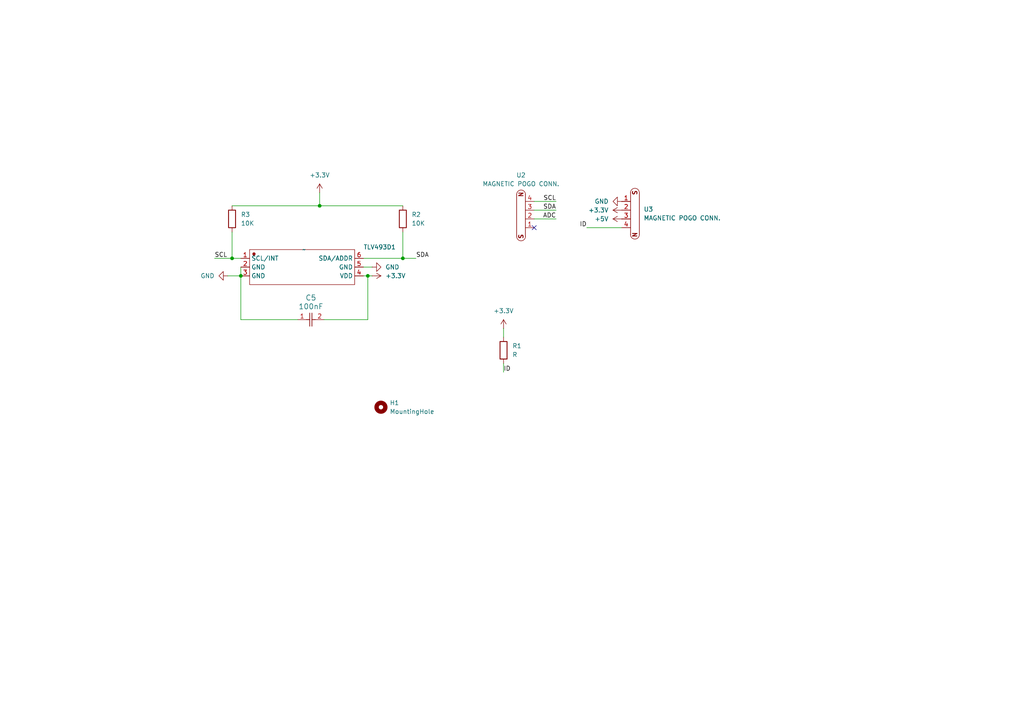
<source format=kicad_sch>
(kicad_sch (version 20250114) (generator "eeschema") (generator_version "9.0")
  (paper "A4")
  (lib_symbols
    (symbol "2026-01-23_05-30-51:C0603C104K5RACTU" (pin_names (offset 0.254))
      (property "Reference" "C" (at 3.81 3.81 0))
      (property "Value" "C0603C104K5RACTU" (at 3.81 -3.81 0))
      (symbol "C0603C104K5RACTU_1_1"
        (polyline (pts (xy 2.54 0) (xy 3.4798 0)) (stroke (width 0.2032)))
        (polyline (pts (xy 3.4798 -1.905) (xy 3.4798 1.905)) (stroke (width 0.2032)))
        (polyline (pts (xy 4.1148 0) (xy 5.08 0)) (stroke (width 0.2032)))
        (polyline (pts (xy 4.1148 -1.905) (xy 4.1148 1.905)) (stroke (width 0.2032)))
        (pin unspecified line (at 0 0 0) (length 2.54) (name "") (number "1"))
        (pin unspecified line (at 7.62 0 180) (length 2.54) (name "") (number "2"))
      )
      (symbol "C0603C104K5RACTU_1_2"
        (polyline (pts (xy -1.905 -3.4798) (xy 1.905 -3.4798)) (stroke (width 0.2032)))
        (polyline (pts (xy -1.905 -4.1148) (xy 1.905 -4.1148)) (stroke (width 0.2032)))
        (polyline (pts (xy 0 -2.54) (xy 0 -3.4798)) (stroke (width 0.2032)))
        (polyline (pts (xy 0 -4.1148) (xy 0 -5.08)) (stroke (width 0.2032)))
        (pin unspecified line (at 0 0 270) (length 2.54) (name "") (number "1"))
        (pin unspecified line (at 0 -7.62 90) (length 2.54) (name "") (number "2"))
      )
    )
    (symbol "Device:R" (pin_numbers (hide yes)) (pin_names (offset 0))
      (property "Reference" "R" (at 2.032 0 90))
      (property "Value" "R" (at 0 0 90))
      (symbol "R_0_1"
        (rectangle (start -1.016 -2.54) (end 1.016 2.54) (stroke (width 0.254)))
      )
      (symbol "R_1_1"
        (pin passive line (at 0 3.81 270) (length 1.27) (name "~") (number "1"))
        (pin passive line (at 0 -3.81 90) (length 1.27) (name "~") (number "2"))
      )
    )
    (symbol "Mechanical:MountingHole" (pin_names (offset 1.016)) (in_bom no)
      (property "Reference" "H" (at 0 5.08 0))
      (property "Value" "MountingHole" (at 0 3.175 0))
      (symbol "MountingHole_0_1"
        (circle (center 0 0) (radius 1.27) (stroke (width 1.27)))
      )
    )
    (symbol "TLV493DA1B6HTSA2_2025-12-27-altium-import:root_0_TLV493DA1B6HTSA2_"
      (symbol "root_0_TLV493DA1B6HTSA2__1_0"
        (rectangle (start -15.24 5.08) (end 15.24 -5.08) (stroke (width 0) (color 136 0 0 1)))
        (circle (center -13.97 3.81) (radius 0.381) (stroke (width 0) (color 136 0 0 1)) (fill (type outline)))
        (pin passive line (at -17.78 2.54 0) (length 2.54) (name "SCL/INT") (number "1"))
        (pin passive line (at -17.78 0 0) (length 2.54) (name "GND") (number "2"))
        (pin passive line (at -17.78 -2.54 0) (length 2.54) (name "GND") (number "3"))
        (pin passive line (at 17.78 2.54 180) (length 2.54) (name "SDA/ADDR") (number "6"))
        (pin passive line (at 17.78 0 180) (length 2.54) (name "GND") (number "5"))
        (pin passive line (at 17.78 -2.54 180) (length 2.54) (name "VDD") (number "4"))
      )
    )
    (symbol "magnetic_pogo_conn.:MAGNETIC_POGO_CONN."
      (property "Reference" "U" (at 0.508 4.826 0))
      (property "Value" "MAGNETIC POGO CONN." (at 0.508 2.54 0))
      (symbol "MAGNETIC_POGO_CONN._1_1"
        (rectangle (start -5.08 1.2954) (end 7.112 1.27) (fill (type background)))
        (arc (start -5.08 -1.27) (mid -6.35 0) (end -5.08 1.27))
        (rectangle (start -5.08 -1.2446) (end 7.112 -1.27) (fill (type background)))
        (arc (start 7.112 1.27) (mid 8.382 0) (end 7.112 -1.27))
        (text "S" (at -5.08 0 0) (effects (font (size 1.27 1.27) (thickness 0.254) (bold yes))))
        (text "N" (at 7.112 0 0) (effects (font (size 1.27 1.27) (thickness 0.254) (bold yes))))
        (pin bidirectional line (at -2.54 -3.81 90) (length 2.54) (name "") (number "1"))
        (pin bidirectional line (at 0 -3.81 90) (length 2.54) (name "") (number "2"))
        (pin bidirectional line (at 2.54 -3.81 90) (length 2.54) (name "") (number "3"))
        (pin bidirectional line (at 5.08 -3.81 90) (length 2.54) (name "") (number "4"))
      )
    )
    (symbol "power:+3.3V" (power) (pin_numbers (hide yes)) (pin_names (offset 0) (hide yes))
      (property "Value" "+3.3V" (at 0 3.556 0))
      (symbol "+3.3V_0_1"
        (polyline (pts (xy -0.762 1.27) (xy 0 2.54)))
        (polyline (pts (xy 0 2.54) (xy 0.762 1.27)))
        (polyline (pts (xy 0 0) (xy 0 2.54)))
      )
      (symbol "+3.3V_1_1"
        (pin power_in line (at 0 0 90) (length 0) (name "~") (number "1"))
      )
    )
    (symbol "power:+5V" (power) (pin_numbers (hide yes)) (pin_names (offset 0) (hide yes))
      (property "Value" "+5V" (at 0 3.556 0))
      (symbol "+5V_0_1"
        (polyline (pts (xy -0.762 1.27) (xy 0 2.54)))
        (polyline (pts (xy 0 2.54) (xy 0.762 1.27)))
        (polyline (pts (xy 0 0) (xy 0 2.54)))
      )
      (symbol "+5V_1_1"
        (pin power_in line (at 0 0 90) (length 0) (name "~") (number "1"))
      )
    )
    (symbol "power:GND" (power) (pin_numbers (hide yes)) (pin_names (offset 0) (hide yes))
      (property "Value" "GND" (at 0 -3.81 0))
      (symbol "GND_0_1"
        (polyline (pts (xy 0 0) (xy 0 -1.27) (xy 1.27 -1.27) (xy 0 -2.54) (xy -1.27 -1.27) (xy 0 -1.27)))
      )
      (symbol "GND_1_1"
        (pin power_in line (at 0 0 270) (length 0) (name "~") (number "1"))
      )
    )
  )
  (junction (at 69.85 80.01))
  (junction (at 106.68 80.01))
  (junction (at 116.84 74.93))
  (junction (at 67.31 74.93))
  (junction (at 92.71 59.69))
  (no_connect (at 154.94 66.04))
  (wire (pts (xy 106.68 80.01) (xy 107.95 80.01)))
  (wire (pts (xy 105.41 74.93) (xy 116.84 74.93)))
  (wire (pts (xy 105.41 77.47) (xy 107.95 77.47)))
  (wire (pts (xy 69.85 77.47) (xy 69.85 80.01)))
  (wire (pts (xy 67.31 67.31) (xy 67.31 74.93)))
  (wire (pts (xy 116.84 67.31) (xy 116.84 74.93)))
  (wire (pts (xy 105.41 80.01) (xy 106.68 80.01)))
  (wire (pts (xy 69.85 80.01) (xy 69.85 92.71)))
  (wire (pts (xy 66.04 80.01) (xy 69.85 80.01)))
  (wire (pts (xy 62.23 74.93) (xy 67.31 74.93)))
  (wire (pts (xy 161.29 58.42) (xy 154.94 58.42)))
  (wire (pts (xy 146.05 95.25) (xy 146.05 97.79)))
  (wire (pts (xy 116.84 59.69) (xy 92.71 59.69)))
  (wire (pts (xy 170.18 66.04) (xy 180.34 66.04)))
  (wire (pts (xy 116.84 74.93) (xy 120.65 74.93)))
  (wire (pts (xy 93.98 92.71) (xy 106.68 92.71)))
  (wire (pts (xy 67.31 74.93) (xy 69.85 74.93)))
  (wire (pts (xy 161.29 63.5) (xy 154.94 63.5)))
  (wire (pts (xy 69.85 92.71) (xy 86.36 92.71)))
  (wire (pts (xy 92.71 55.88) (xy 92.71 59.69)))
  (wire (pts (xy 67.31 59.69) (xy 92.71 59.69)))
  (wire (pts (xy 146.05 107.95) (xy 146.05 105.41)))
  (wire (pts (xy 106.68 92.71) (xy 106.68 80.01)))
  (wire (pts (xy 161.29 60.96) (xy 154.94 60.96)))
  (label "ADC" (at 161.29 63.5 180))
  (label "ID" (at 170.18 66.04 180))
  (label "SDA" (at 161.29 60.96 180))
  (label "ID" (at 146.05 107.95 0))
  (label "SCL" (at 161.29 58.42 180))
  (label "SCL" (at 62.23 74.93 0))
  (label "SDA" (at 120.65 74.93 0))
  (symbol (lib_id "power:GND") (at 107.95 77.47 90) (unit 1)
    (property "Reference" "#PWR03" (effects (hide yes)))
    (property "Value" "GND" (at 111.76 77.4699 90) (effects (justify right)))
    (property "Description" "Power symbol creates a global label with name \"GND\" , ground" (effects (hide yes)))
  )
  (symbol (lib_id "power:+3.3V") (at 107.95 80.01 270) (unit 1)
    (property "Reference" "#PWR04" (effects (hide yes)))
    (property "Value" "+3.3V" (at 111.76 80.0099 90) (effects (justify left)))
    (property "Description" "Power symbol creates a global label with name \"+3.3V\"" (effects (hide yes)))
  )
  (symbol (lib_id "power:+3.3V") (at 180.34 60.96 90) (unit 1)
    (property "Reference" "#PWR0101" (effects (hide yes)))
    (property "Value" "+3.3V" (at 176.53 60.9599 90) (effects (justify left)))
    (property "Description" "Power symbol creates a global label with name \"+3.3V\"" (effects (hide yes)))
  )
  (symbol (lib_id "Mechanical:MountingHole") (at 110.49 118.11 0) (unit 1) (in_bom no)
    (property "Reference" "H1" (at 113.03 116.8399 0) (effects (justify left)))
    (property "Value" "MountingHole" (at 113.03 119.3799 0) (effects (justify left)))
    (property "Footprint" "MountingHole:MountingHole_2.7mm_M2.5_Pad" (effects (hide yes)))
    (property "Description" "Mounting Hole without connection" (effects (hide yes)))
  )
  (symbol (lib_id "TLV493DA1B6HTSA2_2025-12-27-altium-import:root_0_TLV493DA1B6HTSA2_") (at 87.63 77.47 0) (unit 1)
    (property "Reference" "TLV493D1" (at 105.41 72.39 0) (effects (justify left bottom)))
    (property "Value" "~" (at 87.63 72.39 0) (effects (justify left)))
    (property "Footprint" "batteryholder:TLV493D" (effects (hide yes)))
  )
  (symbol (lib_id "power:+3.3V") (at 146.05 95.25 0) (unit 1)
    (property "Reference" "#PWR02" (effects (hide yes)))
    (property "Value" "+3.3V" (at 146.05 90.17 0))
    (property "Description" "Power symbol creates a global label with name \"+3.3V\"" (effects (hide yes)))
  )
  (symbol (lib_id "magnetic_pogo_conn.:MAGNETIC_POGO_CONN.") (at 184.15 60.96 270) (unit 1)
    (property "Reference" "U3" (at 186.69 60.7059 90) (effects (justify left)))
    (property "Value" "MAGNETIC POGO CONN." (at 186.69 63.2459 90) (effects (justify left)))
    (property "Footprint" "batteryholder:MAGNETIC POGO CONN." (effects (hide yes)))
  )
  (symbol (lib_id "2026-01-23_05-30-51:C0603C104K5RACTU") (at 86.36 92.71 0) (unit 1)
    (property "Reference" "C5" (at 90.17 86.36 0) (effects (font (size 1.524 1.524))))
    (property "Value" "100nF" (at 90.17 88.9 0) (effects (font (size 1.524 1.524))))
    (property "Footprint" "Capacitor_SMD:C_0805_2012Metric" (effects (hide yes)))
    (property "Datasheet" "https://content.kemet.com/datasheets/KEM_C1002_X7R_SMD.pdf" (effects (hide yes)))
  )
  (symbol (lib_id "Device:R") (at 116.84 63.5 0) (unit 1)
    (property "Reference" "R2" (at 119.38 62.2299 0) (effects (justify left)))
    (property "Value" "10K" (at 119.38 64.7699 0) (effects (justify left)))
    (property "Footprint" "Resistor_SMD:R_0805_2012Metric" (effects (hide yes)))
    (property "Description" "Resistor" (effects (hide yes)))
  )
  (symbol (lib_id "power:GND") (at 66.04 80.01 270) (unit 1)
    (property "Reference" "#PWR01" (effects (hide yes)))
    (property "Value" "GND" (at 62.23 80.0099 90) (effects (justify right)))
    (property "Description" "Power symbol creates a global label with name \"GND\" , ground" (effects (hide yes)))
  )
  (symbol (lib_id "Device:R") (at 67.31 63.5 0) (unit 1)
    (property "Reference" "R3" (at 69.85 62.2299 0) (effects (justify left)))
    (property "Value" "10K" (at 69.85 64.7699 0) (effects (justify left)))
    (property "Footprint" "Resistor_SMD:R_0805_2012Metric" (effects (hide yes)))
    (property "Description" "Resistor" (effects (hide yes)))
  )
  (symbol (lib_id "power:GND") (at 180.34 58.42 270) (unit 1)
    (property "Reference" "#PWR05" (effects (hide yes)))
    (property "Value" "GND" (at 176.53 58.4199 90) (effects (justify right)))
    (property "Description" "Power symbol creates a global label with name \"GND\" , ground" (effects (hide yes)))
  )
  (symbol (lib_id "magnetic_pogo_conn.:MAGNETIC_POGO_CONN.") (at 151.13 63.5 90) (unit 1)
    (property "Reference" "U2" (at 151.1173 50.8 90))
    (property "Value" "MAGNETIC POGO CONN." (at 151.1173 53.34 90))
    (property "Footprint" "batteryholder:MAGNETIC POGO CONN." (effects (hide yes)))
  )
  (symbol (lib_id "Device:R") (at 146.05 101.6 0) (unit 1)
    (property "Reference" "R1" (at 148.59 100.3299 0) (effects (justify left)))
    (property "Value" "R" (at 148.59 102.8699 0) (effects (justify left)))
    (property "Footprint" "Resistor_SMD:R_0805_2012Metric" (effects (hide yes)))
    (property "Description" "Resistor" (effects (hide yes)))
  )
  (symbol (lib_id "power:+5V") (at 180.34 63.5 90) (unit 1)
    (property "Reference" "#PWR07" (effects (hide yes)))
    (property "Value" "+5V" (at 176.53 63.4999 90) (effects (justify left)))
    (property "Description" "Power symbol creates a global label with name \"+5V\"" (effects (hide yes)))
  )
  (symbol (lib_id "power:+3.3V") (at 92.71 55.88 0) (unit 1)
    (property "Reference" "#PWR06" (effects (hide yes)))
    (property "Value" "+3.3V" (at 92.71 50.8 0))
    (property "Description" "Power symbol creates a global label with name \"+3.3V\"" (effects (hide yes)))
  )
)
</source>
